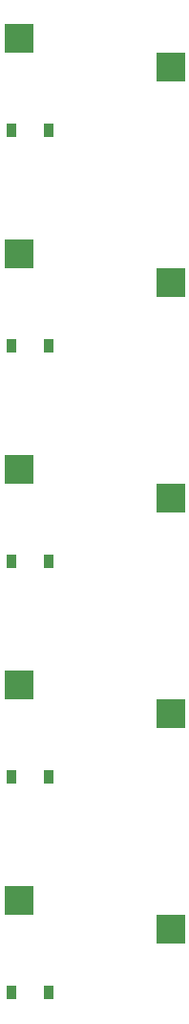
<source format=gtp>
%TF.GenerationSoftware,KiCad,Pcbnew,5.0.0+dfsg1-2*%
%TF.CreationDate,2019-02-10T19:22:37+01:00*%
%TF.ProjectId,yatara-puno-mx-5,7961746172612D70756E6F2D6D782D35,0.2*%
%TF.SameCoordinates,Original*%
%TF.FileFunction,Paste,Top*%
%TF.FilePolarity,Positive*%
%FSLAX46Y46*%
G04 Gerber Fmt 4.6, Leading zero omitted, Abs format (unit mm)*
G04 Created by KiCad (PCBNEW 5.0.0+dfsg1-2) date Sun Feb 10 19:22:37 2019*
%MOMM*%
%LPD*%
G01*
G04 APERTURE LIST*
%ADD10R,0.900000X1.200000*%
%ADD11R,2.550000X2.500000*%
G04 APERTURE END LIST*
D10*
X67270000Y-46098000D03*
X70570000Y-46098000D03*
X67270000Y-65148000D03*
X70570000Y-65148000D03*
X67270000Y-84198000D03*
X70570000Y-84198000D03*
X67270000Y-103248000D03*
X70570000Y-103248000D03*
X67270000Y-122298000D03*
X70570000Y-122298000D03*
D11*
X67910000Y-114170000D03*
X81360000Y-116710000D03*
X81360000Y-40510000D03*
X67910000Y-37970000D03*
X67910000Y-95120000D03*
X81360000Y-97660000D03*
X81360000Y-78610000D03*
X67910000Y-76070000D03*
X67910000Y-57020000D03*
X81360000Y-59560000D03*
M02*

</source>
